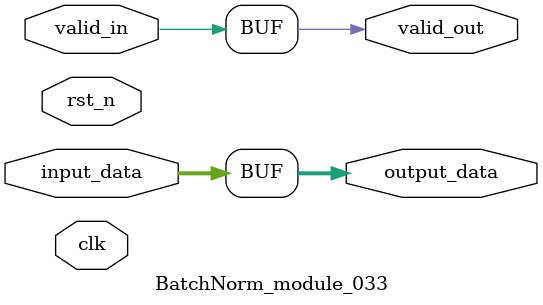
<source format=v>

module BatchNorm_module_033 (
    input clk,
    input rst_n,
    input valid_in,
    output valid_out,
    // Add specific ports based on operator type
    input [31:0] input_data,
    output [31:0] output_data
);

    // Module implementation would go here
    // This is a template - actual implementation depends on the operator
    
        // Generic operator implementation
    assign output_data = input_data; // Placeholder
    assign valid_out = valid_in;

endmodule

</source>
